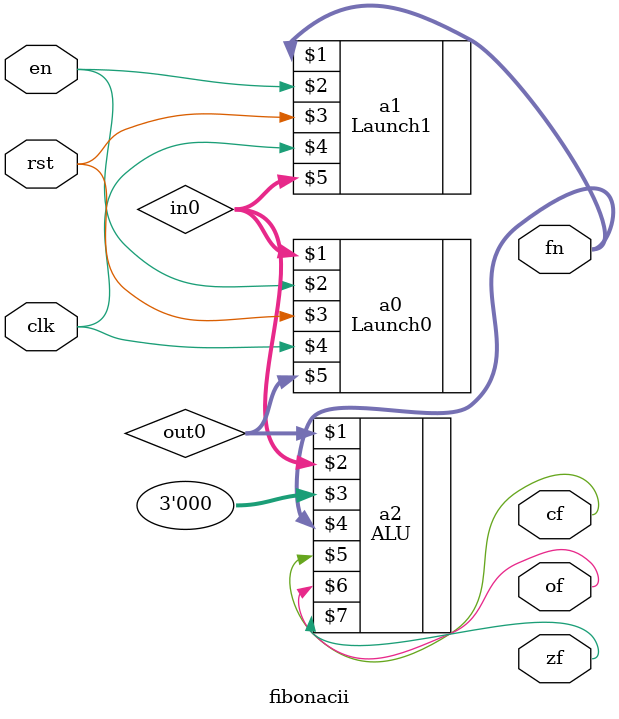
<source format=v>
`timescale 1ns / 1ps


module fibonacii(
    input en,
    input rst,
    input clk,
    output [3:0] fn,
    output cf,
    output of,
    output zf
    );
    wire [3:0] in0;
    wire [3:0] out0;
    wire [3:0] in1;
    Launch0 a0(in0,en,rst,clk,out0);
    Launch1 a1(fn,en,rst,clk,in0);
    ALU a2(out0,in0,3'b000,fn,cf,of,zf);
endmodule

</source>
